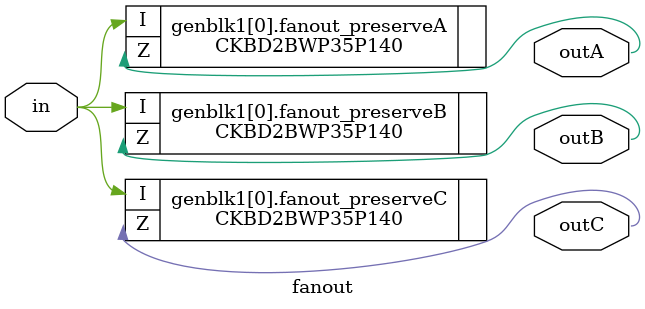
<source format=v>
module fanout #(parameter WIDTH = 1) (
  input   [(WIDTH-1):0]   in,
  output  [(WIDTH-1):0]   outA, outB, outC
);
    `ifdef SYNTHESIS
        genvar i;
        generate
            for(i=0; i<WIDTH; i=i+1) begin
                CKBD2BWP35P140 fanout_preserveA (
                    .I(in[i]),
                    .Z(outA[i])
                );

                CKBD2BWP35P140 fanout_preserveB (
                    .I(in[i]),
                    .Z(outB[i])
                );

                CKBD2BWP35P140 fanout_preserveC (
                    .I(in[i]),
                    .Z(outC[i])
                );
            end
        endgenerate
    `else
        assign outA = in;
        assign outB = in;
        assign outC = in;
    `endif
endmodule

</source>
